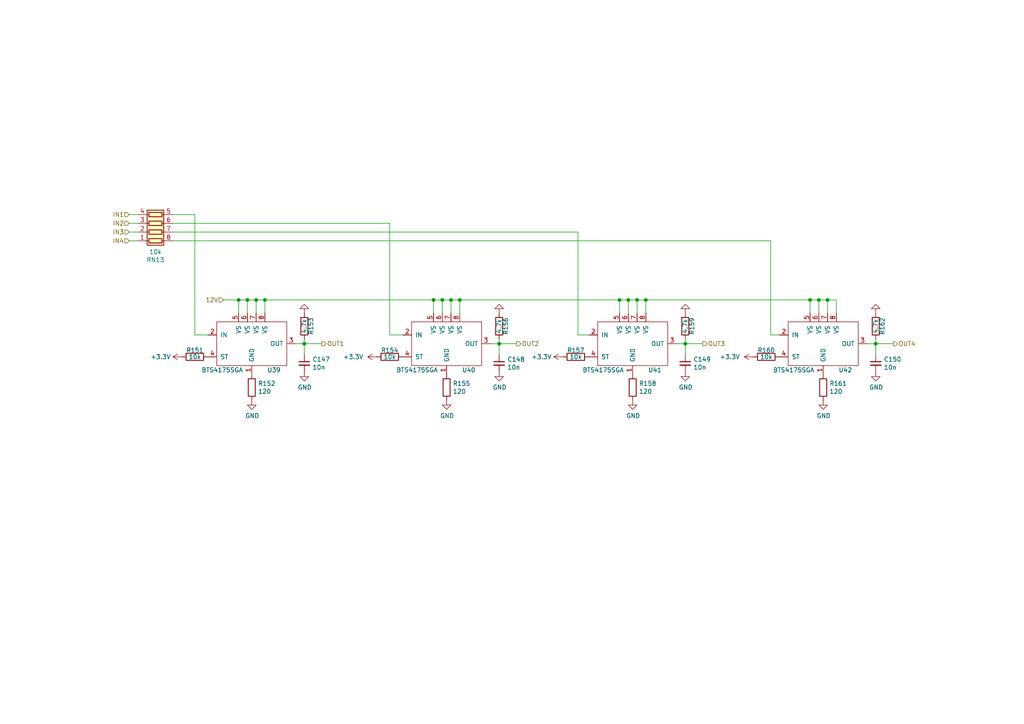
<source format=kicad_sch>
(kicad_sch (version 20231120) (generator "eeschema") (generator_version "8.0")
  (paper "A4")
  (lib_symbols
    (symbol "Device:C_Small" (pin_numbers hide) (pin_names (offset 0.254) hide)
      (property "Reference" "C" (at 0.254 1.778 0))
      (property "Value" "C_Small" (at 0.254 -2.032 0))
      (symbol "C_Small_0_1"
        (polyline (pts (xy -1.524 -0.508) (xy 1.524 -0.508)) (stroke (width 0.3302)))
        (polyline (pts (xy -1.524 0.508) (xy 1.524 0.508)) (stroke (width 0.3048)))
      )
      (symbol "C_Small_1_1"
        (pin passive line (at 0 2.54 270) (length 2.032) (name "~") (number "1"))
        (pin passive line (at 0 -2.54 90) (length 2.032) (name "~") (number "2"))
      )
    )
    (symbol "Device:R" (pin_numbers hide) (pin_names (offset 0))
      (property "Reference" "R" (at 2.032 0 90))
      (property "Value" "R" (at 0 0 90))
      (symbol "R_0_1"
        (rectangle (start -1.016 -2.54) (end 1.016 2.54) (stroke (width 0.254)))
      )
      (symbol "R_1_1"
        (pin passive line (at 0 3.81 270) (length 1.27) (name "~") (number "1"))
        (pin passive line (at 0 -3.81 90) (length 1.27) (name "~") (number "2"))
      )
    )
    (symbol "Device:R_Pack04" (pin_names (offset 0) hide)
      (property "Reference" "RN" (at -7.62 0 90))
      (property "Value" "R_Pack04" (at 5.08 0 90))
      (symbol "R_Pack04_0_1"
        (rectangle (start -6.35 -2.413) (end 3.81 2.413) (stroke (width 0.254)) (fill (type background)))
        (rectangle (start -5.715 1.905) (end -4.445 -1.905) (stroke (width 0.254)))
        (rectangle (start -3.175 1.905) (end -1.905 -1.905) (stroke (width 0.254)))
        (rectangle (start -0.635 1.905) (end 0.635 -1.905) (stroke (width 0.254)))
        (polyline (pts (xy -5.08 -2.54) (xy -5.08 -1.905)))
        (polyline (pts (xy -5.08 1.905) (xy -5.08 2.54)))
        (polyline (pts (xy -2.54 -2.54) (xy -2.54 -1.905)))
        (polyline (pts (xy -2.54 1.905) (xy -2.54 2.54)))
        (polyline (pts (xy 0 -2.54) (xy 0 -1.905)))
        (polyline (pts (xy 0 1.905) (xy 0 2.54)))
        (polyline (pts (xy 2.54 -2.54) (xy 2.54 -1.905)))
        (polyline (pts (xy 2.54 1.905) (xy 2.54 2.54)))
        (rectangle (start 1.905 1.905) (end 3.175 -1.905) (stroke (width 0.254)))
      )
      (symbol "R_Pack04_1_1"
        (pin passive line (at -5.08 -5.08 90) (length 2.54) (name "R1.1") (number "1"))
        (pin passive line (at -2.54 -5.08 90) (length 2.54) (name "R2.1") (number "2"))
        (pin passive line (at 0 -5.08 90) (length 2.54) (name "R3.1") (number "3"))
        (pin passive line (at 2.54 -5.08 90) (length 2.54) (name "R4.1") (number "4"))
        (pin passive line (at 2.54 5.08 270) (length 2.54) (name "R4.2") (number "5"))
        (pin passive line (at 0 5.08 270) (length 2.54) (name "R3.2") (number "6"))
        (pin passive line (at -2.54 5.08 270) (length 2.54) (name "R2.2") (number "7"))
        (pin passive line (at -5.08 5.08 270) (length 2.54) (name "R1.2") (number "8"))
      )
    )
    (symbol "bts4175:BTS4175SGA" (pin_names (offset 1.016))
      (property "Reference" "U" (at -6.35 -7.62 0))
      (property "Value" "BTS4175SGA" (at 8.89 -7.62 0))
      (symbol "BTS4175SGA_0_1"
        (polyline (pts (xy -7.62 6.35) (xy 12.7 6.35) (xy 12.7 -6.35) (xy -7.62 -6.35) (xy -7.62 6.35)))
      )
      (symbol "BTS4175SGA_1_1"
        (pin bidirectional line (at 2.54 -8.89 90) (length 2.54) (name "GND") (number "1"))
        (pin input line (at -10.16 2.54 0) (length 2.54) (name "IN") (number "2"))
        (pin power_out line (at 15.24 0 180) (length 2.54) (name "OUT") (number "3"))
        (pin open_collector line (at -10.16 -3.81 0) (length 2.54) (name "ST") (number "4"))
        (pin power_in line (at -1.27 8.89 270) (length 2.54) (name "VS") (number "5"))
        (pin power_in line (at 1.27 8.89 270) (length 2.54) (name "VS") (number "6"))
        (pin power_in line (at 3.81 8.89 270) (length 2.54) (name "VS") (number "7"))
        (pin power_in line (at 6.35 8.89 270) (length 2.54) (name "VS") (number "8"))
      )
    )
    (symbol "power:+3.3V" (power) (pin_names (offset 0))
      (property "Value" "+3.3V" (at 0 3.556 0))
      (symbol "+3.3V_0_1"
        (polyline (pts (xy -0.762 1.27) (xy 0 2.54)))
        (polyline (pts (xy 0 0) (xy 0 2.54)))
        (polyline (pts (xy 0 2.54) (xy 0.762 1.27)))
      )
      (symbol "+3.3V_1_1"
        (pin power_in line (at 0 0 90) (length 0) hide (name "+3.3V") (number "1"))
      )
    )
    (symbol "power:GND" (power) (pin_names (offset 0))
      (property "Value" "GND" (at 0 -3.81 0))
      (symbol "GND_0_1"
        (polyline (pts (xy 0 0) (xy 0 -1.27) (xy 1.27 -1.27) (xy 0 -2.54) (xy -1.27 -1.27) (xy 0 -1.27)))
      )
      (symbol "GND_1_1"
        (pin power_in line (at 0 0 270) (length 0) hide (name "GND") (number "1"))
      )
    )
  )
  (junction (at 179.705 86.995))
  (junction (at 125.73 86.995))
  (junction (at 254 99.695))
  (junction (at 234.95 86.995))
  (junction (at 184.785 86.995))
  (junction (at 130.81 86.995))
  (junction (at 144.78 99.695))
  (junction (at 88.265 99.695))
  (junction (at 240.03 86.995))
  (junction (at 76.835 86.995))
  (junction (at 69.215 86.995))
  (junction (at 133.35 86.995))
  (junction (at 128.27 86.995))
  (junction (at 237.49 86.995))
  (junction (at 187.325 86.995))
  (junction (at 74.295 86.995))
  (junction (at 182.245 86.995))
  (junction (at 71.755 86.995))
  (junction (at 198.755 99.695))
  (wire (pts (xy 88.265 99.695) (xy 93.345 99.695)))
  (wire (pts (xy 237.49 90.805) (xy 237.49 86.995)))
  (wire (pts (xy 71.755 86.995) (xy 74.295 86.995)))
  (wire (pts (xy 182.245 90.805) (xy 182.245 86.995)))
  (wire (pts (xy 74.295 86.995) (xy 74.295 90.805)))
  (wire (pts (xy 142.24 99.695) (xy 144.78 99.695)))
  (wire (pts (xy 234.95 86.995) (xy 237.49 86.995)))
  (wire (pts (xy 167.64 97.155) (xy 170.815 97.155)))
  (wire (pts (xy 198.755 98.425) (xy 198.755 99.695)))
  (wire (pts (xy 56.515 97.155) (xy 60.325 97.155)))
  (wire (pts (xy 50.165 64.77) (xy 113.03 64.77)))
  (wire (pts (xy 76.835 86.995) (xy 125.73 86.995)))
  (wire (pts (xy 37.465 64.77) (xy 40.005 64.77)))
  (wire (pts (xy 64.77 86.995) (xy 69.215 86.995)))
  (wire (pts (xy 144.78 99.695) (xy 144.78 102.87)))
  (wire (pts (xy 187.325 86.995) (xy 234.95 86.995)))
  (wire (pts (xy 254 99.695) (xy 254 102.87)))
  (wire (pts (xy 133.35 86.995) (xy 133.35 90.805)))
  (wire (pts (xy 254 98.425) (xy 254 99.695)))
  (wire (pts (xy 56.515 62.23) (xy 56.515 97.155)))
  (wire (pts (xy 69.215 86.995) (xy 71.755 86.995)))
  (wire (pts (xy 254 99.695) (xy 259.08 99.695)))
  (wire (pts (xy 237.49 86.995) (xy 240.03 86.995)))
  (wire (pts (xy 144.78 99.695) (xy 149.86 99.695)))
  (wire (pts (xy 125.73 86.995) (xy 128.27 86.995)))
  (wire (pts (xy 223.52 97.155) (xy 226.06 97.155)))
  (wire (pts (xy 113.03 64.77) (xy 113.03 97.155)))
  (wire (pts (xy 184.785 86.995) (xy 187.325 86.995)))
  (wire (pts (xy 88.265 99.695) (xy 88.265 102.87)))
  (wire (pts (xy 251.46 99.695) (xy 254 99.695)))
  (wire (pts (xy 179.705 86.995) (xy 182.245 86.995)))
  (wire (pts (xy 196.215 99.695) (xy 198.755 99.695)))
  (wire (pts (xy 40.005 67.31) (xy 37.465 67.31)))
  (wire (pts (xy 130.81 86.995) (xy 130.81 90.805)))
  (wire (pts (xy 50.165 69.85) (xy 223.52 69.85)))
  (wire (pts (xy 234.95 90.805) (xy 234.95 86.995)))
  (wire (pts (xy 113.03 97.155) (xy 116.84 97.155)))
  (wire (pts (xy 128.27 90.805) (xy 128.27 86.995)))
  (wire (pts (xy 76.835 86.995) (xy 76.835 90.805)))
  (wire (pts (xy 182.245 86.995) (xy 184.785 86.995)))
  (wire (pts (xy 223.52 69.85) (xy 223.52 97.155)))
  (wire (pts (xy 50.165 62.23) (xy 56.515 62.23)))
  (wire (pts (xy 85.725 99.695) (xy 88.265 99.695)))
  (wire (pts (xy 144.78 98.425) (xy 144.78 99.695)))
  (wire (pts (xy 50.165 67.31) (xy 167.64 67.31)))
  (wire (pts (xy 125.73 90.805) (xy 125.73 86.995)))
  (wire (pts (xy 198.755 99.695) (xy 198.755 102.87)))
  (wire (pts (xy 133.35 86.995) (xy 179.705 86.995)))
  (wire (pts (xy 128.27 86.995) (xy 130.81 86.995)))
  (wire (pts (xy 37.465 69.85) (xy 40.005 69.85)))
  (wire (pts (xy 187.325 86.995) (xy 187.325 90.805)))
  (wire (pts (xy 69.215 90.805) (xy 69.215 86.995)))
  (wire (pts (xy 40.005 62.23) (xy 37.465 62.23)))
  (wire (pts (xy 242.57 86.995) (xy 242.57 90.805)))
  (wire (pts (xy 184.785 86.995) (xy 184.785 90.805)))
  (wire (pts (xy 179.705 90.805) (xy 179.705 86.995)))
  (wire (pts (xy 240.03 86.995) (xy 242.57 86.995)))
  (wire (pts (xy 71.755 90.805) (xy 71.755 86.995)))
  (wire (pts (xy 74.295 86.995) (xy 76.835 86.995)))
  (wire (pts (xy 198.755 99.695) (xy 203.835 99.695)))
  (wire (pts (xy 167.64 67.31) (xy 167.64 97.155)))
  (wire (pts (xy 130.81 86.995) (xy 133.35 86.995)))
  (wire (pts (xy 240.03 86.995) (xy 240.03 90.805)))
  (wire (pts (xy 88.265 98.425) (xy 88.265 99.695)))
  (hierarchical_label "IN1" (shape input) (at 37.465 62.23 180))
  (hierarchical_label "12V" (shape input) (at 64.77 86.995 180))
  (hierarchical_label "OUT1" (shape output) (at 93.345 99.695 0))
  (hierarchical_label "OUT2" (shape output) (at 149.86 99.695 0))
  (hierarchical_label "OUT4" (shape output) (at 259.08 99.695 0))
  (hierarchical_label "IN2" (shape input) (at 37.465 64.77 180))
  (hierarchical_label "OUT3" (shape output) (at 203.835 99.695 0))
  (hierarchical_label "IN4" (shape input) (at 37.465 69.85 180))
  (hierarchical_label "IN3" (shape input) (at 37.465 67.31 180))
  (symbol (lib_id "Device:R") (at 129.54 112.395 0) (unit 1)
    (property "Reference" "R155" (at 131.318 111.2266 0) (effects (justify left)))
    (property "Value" "120" (at 131.318 113.538 0) (effects (justify left)))
    (property "Footprint" "Resistor_SMD:R_0603_1608Metric" (effects (hide yes)))
    (property "LCSC" "C22787" (effects (hide yes)))
    (property "PN" "RC0603FR-07120RL" (effects (hide yes)))
    (instances (project "ECUGDI" (path "" (reference "R155") (unit 1))) (project "proteus" (path "" (reference "R1108") (unit 1))))
  )
  (symbol (lib_id "Device:R") (at 254 94.615 180) (unit 1)
    (property "Reference" "R162" (at 255.905 94.615 90))
    (property "Value" "4.7k" (at 254 94.615 90))
    (property "Footprint" "Resistor_SMD:R_0805_2012Metric" (effects (hide yes)))
    (property "LCSC" "C17673" (effects (hide yes)))
    (property "PN" "RC0805FR-074K7L" (effects (hide yes)))
    (instances (project "ECUGDI" (path "" (reference "R162") (unit 1))) (project "proteus" (path "" (reference "R37") (unit 1))))
  )
  (symbol (lib_id "power:GND") (at 254 107.95 0) (unit 1)
    (property "Reference" "#PWR0330" (effects (hide yes)))
    (property "Value" "GND" (at 254.127 112.3442 0))
    (instances (project "ECUGDI" (path "" (reference "#PWR0330") (unit 1))) (project "proteus" (path "" (reference "#PWR0301") (unit 1))))
  )
  (symbol (lib_id "power:GND") (at 73.025 116.205 0) (unit 1)
    (property "Reference" "#PWR0316" (effects (hide yes)))
    (property "Value" "GND" (at 73.152 120.5992 0))
    (instances (project "ECUGDI" (path "" (reference "#PWR0316") (unit 1))) (project "proteus" (path "" (reference "#PWR0291") (unit 1))))
  )
  (symbol (lib_id "power:+3.3V") (at 163.195 103.505 90) (unit 1)
    (property "Reference" "#PWR0118" (effects (hide yes)))
    (property "Value" "+3.3V" (at 160.02 103.505 90) (effects (justify left)))
  )
  (symbol (lib_id "power:GND") (at 88.265 107.95 0) (unit 1)
    (property "Reference" "#PWR0318" (effects (hide yes)))
    (property "Value" "GND" (at 88.392 112.3442 0))
    (instances (project "ECUGDI" (path "" (reference "#PWR0318") (unit 1))) (project "proteus" (path "" (reference "#PWR0292") (unit 1))))
  )
  (symbol (lib_id "Device:R") (at 198.755 94.615 180) (unit 1)
    (property "Reference" "R159" (at 200.66 94.615 90))
    (property "Value" "4.7k" (at 198.755 94.615 90))
    (property "Footprint" "Resistor_SMD:R_0805_2012Metric" (effects (hide yes)))
    (property "LCSC" "C17673" (effects (hide yes)))
    (property "PN" "RC0805FR-074K7L" (effects (hide yes)))
    (instances (project "ECUGDI" (path "" (reference "R159") (unit 1))) (project "proteus" (path "" (reference "R36") (unit 1))))
  )
  (symbol (lib_id "power:+3.3V") (at 52.705 103.505 90) (unit 1)
    (property "Reference" "#PWR0114" (effects (hide yes)))
    (property "Value" "+3.3V" (at 49.53 103.505 90) (effects (justify left)))
  )
  (symbol (lib_id "Device:R") (at 183.515 112.395 0) (unit 1)
    (property "Reference" "R158" (at 185.293 111.2266 0) (effects (justify left)))
    (property "Value" "120" (at 185.293 113.538 0) (effects (justify left)))
    (property "Footprint" "Resistor_SMD:R_0603_1608Metric" (effects (hide yes)))
    (property "LCSC" "C22787" (effects (hide yes)))
    (property "PN" "RC0603FR-07120RL" (effects (hide yes)))
    (instances (project "ECUGDI" (path "" (reference "R158") (unit 1))) (project "proteus" (path "" (reference "R1110") (unit 1))))
  )
  (symbol (lib_id "power:GND") (at 183.515 116.205 0) (unit 1)
    (property "Reference" "#PWR0324" (effects (hide yes)))
    (property "Value" "GND" (at 183.642 120.5992 0))
    (instances (project "ECUGDI" (path "" (reference "#PWR0324") (unit 1))) (project "proteus" (path "" (reference "#PWR0297") (unit 1))))
  )
  (symbol (lib_id "Device:C_Small") (at 144.78 105.41 0) (unit 1)
    (property "Reference" "C148" (at 147.1168 104.2416 0) (effects (justify left)))
    (property "Value" "10n" (at 147.1168 106.553 0) (effects (justify left)))
    (property "Footprint" "Capacitor_SMD:C_0603_1608Metric" (effects (hide yes)))
    (property "LCSC" "C57112" (effects (hide yes)))
    (property "PN" "0603B103K500NT" (effects (hide yes)))
    (instances (project "ECUGDI" (path "" (reference "C148") (unit 1))) (project "proteus" (path "" (reference "C1302") (unit 1))))
  )
  (symbol (lib_id "power:GND") (at 198.755 107.95 0) (unit 1)
    (property "Reference" "#PWR0326" (effects (hide yes)))
    (property "Value" "GND" (at 198.882 112.3442 0))
    (instances (project "ECUGDI" (path "" (reference "#PWR0326") (unit 1))) (project "proteus" (path "" (reference "#PWR0298") (unit 1))))
  )
  (symbol (lib_id "power:GND") (at 144.78 90.805 180) (unit 1)
    (property "Reference" "#PWR0321" (effects (hide yes)))
    (property "Value" "GND" (effects (hide yes)))
    (instances (project "ECUGDI" (path "" (reference "#PWR0321") (unit 1))) (project "proteus" (path "" (reference "#PWR0121") (unit 1))))
  )
  (symbol (lib_id "Device:R_Pack04") (at 45.085 64.77 270) (mirror x) (unit 1)
    (property "Reference" "RN13" (at 45.085 75.3618 90))
    (property "Value" "10k" (at 45.085 73.0504 90))
    (property "Footprint" "Resistor_SMD:R_Array_Convex_4x0603" (effects (hide yes)))
    (property "LCSC" "C29718" (effects (hide yes)))
    (property "PN" "YC164-JR-0710KL" (effects (hide yes)))
    (instances (project "ECUGDI" (path "" (reference "RN13") (unit 1))) (project "proteus" (path "" (reference "RN1301") (unit 1))))
  )
  (symbol (lib_id "power:GND") (at 129.54 116.205 0) (unit 1)
    (property "Reference" "#PWR0320" (effects (hide yes)))
    (property "Value" "GND" (at 129.667 120.5992 0))
    (instances (project "ECUGDI" (path "" (reference "#PWR0320") (unit 1))) (project "proteus" (path "" (reference "#PWR0294") (unit 1))))
  )
  (symbol (lib_id "power:+3.3V") (at 218.44 103.505 90) (unit 1)
    (property "Reference" "#PWR0122" (effects (hide yes)))
    (property "Value" "+3.3V" (at 214.63 103.505 90) (effects (justify left)))
  )
  (symbol (lib_id "power:GND") (at 254 90.805 180) (unit 1)
    (property "Reference" "#PWR0329" (effects (hide yes)))
    (property "Value" "GND" (effects (hide yes)))
    (instances (project "ECUGDI" (path "" (reference "#PWR0329") (unit 1))) (project "proteus" (path "" (reference "#PWR0282") (unit 1))))
  )
  (symbol (lib_id "power:GND") (at 144.78 107.95 0) (unit 1)
    (property "Reference" "#PWR0322" (effects (hide yes)))
    (property "Value" "GND" (at 144.907 112.3442 0))
    (instances (project "ECUGDI" (path "" (reference "#PWR0322") (unit 1))) (project "proteus" (path "" (reference "#PWR0295") (unit 1))))
  )
  (symbol (lib_id "Device:R") (at 113.03 103.505 270) (unit 1)
    (property "Reference" "R154" (at 113.03 101.6 90))
    (property "Value" "10k" (at 113.03 103.505 90))
    (property "Footprint" "Resistor_SMD:R_0402_1005Metric" (effects (hide yes)))
    (property "LCSC" "C25744" (effects (hide yes)))
    (property "PN" "RC0402FR-0710KL" (effects (hide yes)))
    (instances (project "ECUGDI" (path "" (reference "R154") (unit 1))) (project "proteus" (path "" (reference "R1107") (unit 1))))
  )
  (symbol (lib_id "power:GND") (at 88.265 90.805 180) (unit 1)
    (property "Reference" "#PWR0317" (effects (hide yes)))
    (property "Value" "GND" (effects (hide yes)))
    (instances (project "ECUGDI" (path "" (reference "#PWR0317") (unit 1))) (project "proteus" (path "" (reference "#PWR0120") (unit 1))))
  )
  (symbol (lib_id "Device:R") (at 56.515 103.505 270) (unit 1)
    (property "Reference" "R151" (at 56.515 101.6 90))
    (property "Value" "10k" (at 56.515 103.505 90))
    (property "Footprint" "Resistor_SMD:R_0402_1005Metric" (effects (hide yes)))
    (property "LCSC" "C25744" (effects (hide yes)))
    (property "PN" "RC0402FR-0710KL" (effects (hide yes)))
    (instances (project "ECUGDI" (path "" (reference "R151") (unit 1))) (project "proteus" (path "" (reference "R1105") (unit 1))))
  )
  (symbol (lib_id "Device:C_Small") (at 198.755 105.41 0) (unit 1)
    (property "Reference" "C149" (at 201.0918 104.2416 0) (effects (justify left)))
    (property "Value" "10n" (at 201.0918 106.553 0) (effects (justify left)))
    (property "Footprint" "Capacitor_SMD:C_0603_1608Metric" (effects (hide yes)))
    (property "LCSC" "C57112" (effects (hide yes)))
    (property "PN" "0603B103K500NT" (effects (hide yes)))
    (instances (project "ECUGDI" (path "" (reference "C149") (unit 1))) (project "proteus" (path "" (reference "C1303") (unit 1))))
  )
  (symbol (lib_id "Device:R") (at 73.025 112.395 0) (unit 1)
    (property "Reference" "R152" (at 74.803 111.2266 0) (effects (justify left)))
    (property "Value" "120" (at 74.803 113.538 0) (effects (justify left)))
    (property "Footprint" "Resistor_SMD:R_0603_1608Metric" (effects (hide yes)))
    (property "LCSC" "C22787" (effects (hide yes)))
    (property "PN" "RC0603FR-07120RL" (effects (hide yes)))
    (instances (project "ECUGDI" (path "" (reference "R152") (unit 1))) (project "proteus" (path "" (reference "R1106") (unit 1))))
  )
  (symbol (lib_id "bts4175:BTS4175SGA") (at 180.975 99.695 0) (unit 1)
    (property "Reference" "U41" (at 187.96 107.315 0) (effects (justify left)))
    (property "Value" "BTS4175SGA" (at 168.91 107.315 0) (effects (justify left)))
    (property "Footprint" "Package_SO:SOIC-8_3.9x4.9mm_P1.27mm" (effects (hide yes)))
    (property "LCSC" "C152451" (effects (hide yes)))
    (property "PN" "BTS4175" (effects (hide yes)))
    (instances (project "ECUGDI" (path "" (reference "U41") (unit 1))) (project "proteus" (path "" (reference "U1104") (unit 1))))
  )
  (symbol (lib_id "bts4175:BTS4175SGA") (at 127 99.695 0) (unit 1)
    (property "Reference" "U40" (at 133.985 107.315 0) (effects (justify left)))
    (property "Value" "BTS4175SGA" (at 114.935 107.315 0) (effects (justify left)))
    (property "Footprint" "Package_SO:SOIC-8_3.9x4.9mm_P1.27mm" (effects (hide yes)))
    (property "LCSC" "C152451" (effects (hide yes)))
    (property "PN" "BTS4175" (effects (hide yes)))
    (instances (project "ECUGDI" (path "" (reference "U40") (unit 1))) (project "proteus" (path "" (reference "U1103") (unit 1))))
  )
  (symbol (lib_id "bts4175:BTS4175SGA") (at 236.22 99.695 0) (unit 1)
    (property "Reference" "U42" (at 243.205 107.315 0) (effects (justify left)))
    (property "Value" "BTS4175SGA" (at 224.155 107.315 0) (effects (justify left)))
    (property "Footprint" "Package_SO:SOIC-8_3.9x4.9mm_P1.27mm" (effects (hide yes)))
    (property "LCSC" "C152451" (effects (hide yes)))
    (property "PN" "BTS4175" (effects (hide yes)))
    (instances (project "ECUGDI" (path "" (reference "U42") (unit 1))) (project "proteus" (path "" (reference "U1105") (unit 1))))
  )
  (symbol (lib_id "Device:C_Small") (at 254 105.41 0) (unit 1)
    (property "Reference" "C150" (at 256.3368 104.2416 0) (effects (justify left)))
    (property "Value" "10n" (at 256.3368 106.553 0) (effects (justify left)))
    (property "Footprint" "Capacitor_SMD:C_0603_1608Metric" (effects (hide yes)))
    (property "LCSC" "C57112" (effects (hide yes)))
    (property "PN" "0603B103K500NT" (effects (hide yes)))
    (instances (project "ECUGDI" (path "" (reference "C150") (unit 1))) (project "proteus" (path "" (reference "C1304") (unit 1))))
  )
  (symbol (lib_id "power:+3.3V") (at 109.22 103.505 90) (unit 1)
    (property "Reference" "#PWR0117" (effects (hide yes)))
    (property "Value" "+3.3V" (at 105.41 103.505 90) (effects (justify left)))
  )
  (symbol (lib_id "power:GND") (at 238.76 116.205 0) (unit 1)
    (property "Reference" "#PWR0328" (effects (hide yes)))
    (property "Value" "GND" (at 238.887 120.5992 0))
    (instances (project "ECUGDI" (path "" (reference "#PWR0328") (unit 1))) (project "proteus" (path "" (reference "#PWR0300") (unit 1))))
  )
  (symbol (lib_id "Device:R") (at 238.76 112.395 0) (unit 1)
    (property "Reference" "R161" (at 240.538 111.2266 0) (effects (justify left)))
    (property "Value" "120" (at 240.538 113.538 0) (effects (justify left)))
    (property "Footprint" "Resistor_SMD:R_0603_1608Metric" (effects (hide yes)))
    (property "LCSC" "C22787" (effects (hide yes)))
    (property "PN" "RC0603FR-07120RL" (effects (hide yes)))
    (instances (project "ECUGDI" (path "" (reference "R161") (unit 1))) (project "proteus" (path "" (reference "R1112") (unit 1))))
  )
  (symbol (lib_id "Device:R") (at 144.78 94.615 180) (unit 1)
    (property "Reference" "R156" (at 146.685 94.615 90))
    (property "Value" "4.7k" (at 144.78 94.615 90))
    (property "Footprint" "Resistor_SMD:R_0805_2012Metric" (effects (hide yes)))
    (property "LCSC" "C17673" (effects (hide yes)))
    (property "PN" "RC0805FR-074K7L" (effects (hide yes)))
    (instances (project "ECUGDI" (path "" (reference "R156") (unit 1))) (project "proteus" (path "" (reference "R35") (unit 1))))
  )
  (symbol (lib_id "Device:R") (at 88.265 94.615 180) (unit 1)
    (property "Reference" "R153" (at 90.17 94.615 90))
    (property "Value" "4.7k" (at 88.265 94.615 90))
    (property "Footprint" "Resistor_SMD:R_0805_2012Metric" (effects (hide yes)))
    (property "LCSC" "C17673" (effects (hide yes)))
    (property "PN" "RC0805FR-074K7L" (effects (hide yes)))
    (instances (project "ECUGDI" (path "" (reference "R153") (unit 1))) (project "proteus" (path "" (reference "R34") (unit 1))))
  )
  (symbol (lib_id "bts4175:BTS4175SGA") (at 70.485 99.695 0) (unit 1)
    (property "Reference" "U39" (at 77.47 107.315 0) (effects (justify left)))
    (property "Value" "BTS4175SGA" (at 58.42 107.315 0) (effects (justify left)))
    (property "Footprint" "Package_SO:SOIC-8_3.9x4.9mm_P1.27mm" (effects (hide yes)))
    (property "LCSC" "C152451" (effects (hide yes)))
    (property "PN" "BTS4175" (effects (hide yes)))
    (instances (project "ECUGDI" (path "" (reference "U39") (unit 1))) (project "proteus" (path "" (reference "U1102") (unit 1))))
  )
  (symbol (lib_id "Device:R") (at 222.25 103.505 270) (unit 1)
    (property "Reference" "R160" (at 222.25 101.6 90))
    (property "Value" "10k" (at 222.25 103.505 90))
    (property "Footprint" "Resistor_SMD:R_0402_1005Metric" (effects (hide yes)))
    (property "LCSC" "C25744" (effects (hide yes)))
    (property "PN" "RC0402FR-0710KL" (effects (hide yes)))
    (instances (project "ECUGDI" (path "" (reference "R160") (unit 1))) (project "proteus" (path "" (reference "R1111") (unit 1))))
  )
  (symbol (lib_id "Device:R") (at 167.005 103.505 270) (unit 1)
    (property "Reference" "R157" (at 167.005 101.6 90))
    (property "Value" "10k" (at 167.005 103.505 90))
    (property "Footprint" "Resistor_SMD:R_0402_1005Metric" (effects (hide yes)))
    (property "LCSC" "C25744" (effects (hide yes)))
    (property "PN" "RC0402FR-0710KL" (effects (hide yes)))
    (instances (project "ECUGDI" (path "" (reference "R157") (unit 1))) (project "proteus" (path "" (reference "R1109") (unit 1))))
  )
  (symbol (lib_id "Device:C_Small") (at 88.265 105.41 0) (unit 1)
    (property "Reference" "C147" (at 90.6018 104.2416 0) (effects (justify left)))
    (property "Value" "10n" (at 90.6018 106.553 0) (effects (justify left)))
    (property "Footprint" "Capacitor_SMD:C_0603_1608Metric" (effects (hide yes)))
    (property "LCSC" "C57112" (effects (hide yes)))
    (property "PN" "0603B103K500NT" (effects (hide yes)))
    (instances (project "ECUGDI" (path "" (reference "C147") (unit 1))) (project "proteus" (path "" (reference "C1301") (unit 1))))
  )
  (symbol (lib_id "power:GND") (at 198.755 90.805 180) (unit 1)
    (property "Reference" "#PWR0325" (effects (hide yes)))
    (property "Value" "GND" (effects (hide yes)))
    (instances (project "ECUGDI" (path "" (reference "#PWR0325") (unit 1))) (project "proteus" (path "" (reference "#PWR0123") (unit 1))))
  )
)
</source>
